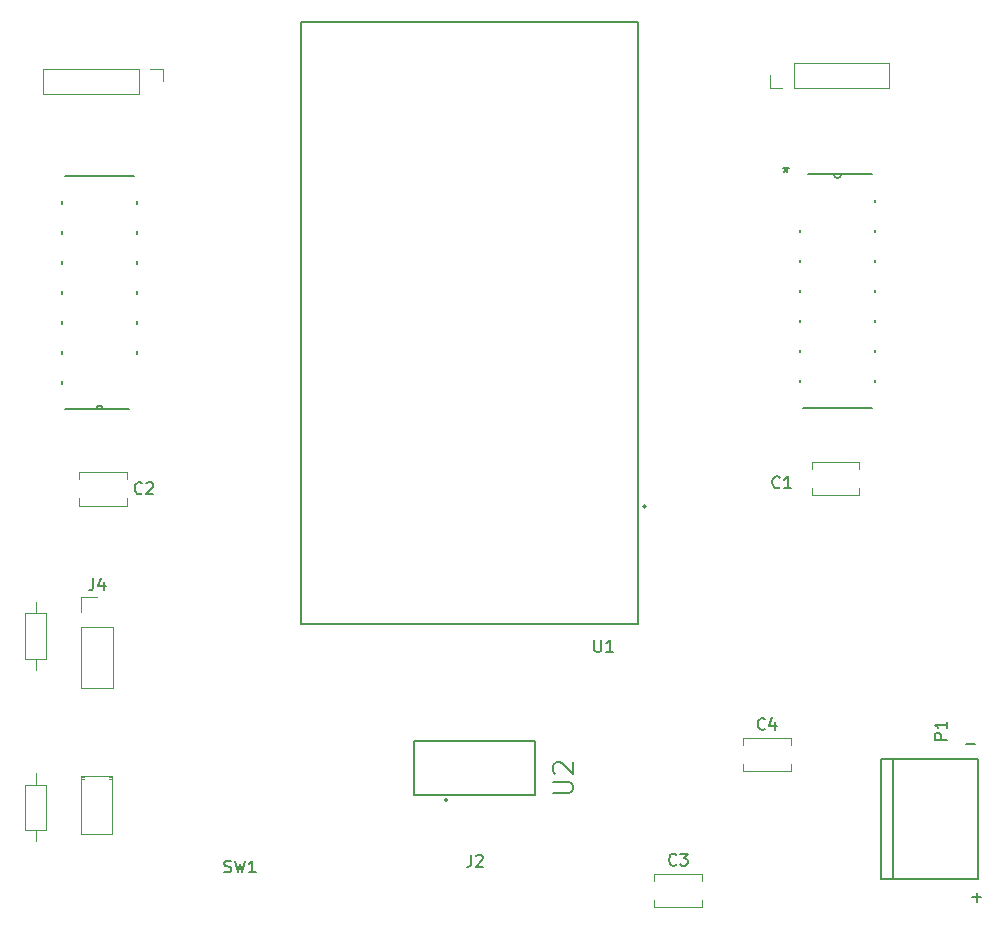
<source format=gbr>
%TF.GenerationSoftware,KiCad,Pcbnew,8.0.8*%
%TF.CreationDate,2025-02-24T10:44:51-05:00*%
%TF.ProjectId,filamento_3d,66696c61-6d65-46e7-946f-5f33642e6b69,rev?*%
%TF.SameCoordinates,Original*%
%TF.FileFunction,Legend,Top*%
%TF.FilePolarity,Positive*%
%FSLAX46Y46*%
G04 Gerber Fmt 4.6, Leading zero omitted, Abs format (unit mm)*
G04 Created by KiCad (PCBNEW 8.0.8) date 2025-02-24 10:44:51*
%MOMM*%
%LPD*%
G01*
G04 APERTURE LIST*
%ADD10C,0.150000*%
%ADD11C,0.120000*%
%ADD12C,0.127000*%
%ADD13C,0.200000*%
%ADD14C,0.152400*%
G04 APERTURE END LIST*
D10*
X187619048Y-129573866D02*
X188380953Y-129573866D01*
X188119048Y-142573866D02*
X188880953Y-142573866D01*
X188500000Y-142954819D02*
X188500000Y-142192914D01*
X156138501Y-120799819D02*
X156138501Y-121609342D01*
X156138501Y-121609342D02*
X156186120Y-121704580D01*
X156186120Y-121704580D02*
X156233739Y-121752200D01*
X156233739Y-121752200D02*
X156328977Y-121799819D01*
X156328977Y-121799819D02*
X156519453Y-121799819D01*
X156519453Y-121799819D02*
X156614691Y-121752200D01*
X156614691Y-121752200D02*
X156662310Y-121704580D01*
X156662310Y-121704580D02*
X156709929Y-121609342D01*
X156709929Y-121609342D02*
X156709929Y-120799819D01*
X157709929Y-121799819D02*
X157138501Y-121799819D01*
X157424215Y-121799819D02*
X157424215Y-120799819D01*
X157424215Y-120799819D02*
X157328977Y-120942676D01*
X157328977Y-120942676D02*
X157233739Y-121037914D01*
X157233739Y-121037914D02*
X157138501Y-121085533D01*
X152655531Y-133750615D02*
X153984310Y-133750615D01*
X153984310Y-133750615D02*
X154140637Y-133672452D01*
X154140637Y-133672452D02*
X154218801Y-133594288D01*
X154218801Y-133594288D02*
X154296964Y-133437961D01*
X154296964Y-133437961D02*
X154296964Y-133125307D01*
X154296964Y-133125307D02*
X154218801Y-132968980D01*
X154218801Y-132968980D02*
X154140637Y-132890817D01*
X154140637Y-132890817D02*
X153984310Y-132812653D01*
X153984310Y-132812653D02*
X152655531Y-132812653D01*
X152811858Y-132109183D02*
X152733694Y-132031019D01*
X152733694Y-132031019D02*
X152655531Y-131874692D01*
X152655531Y-131874692D02*
X152655531Y-131483875D01*
X152655531Y-131483875D02*
X152733694Y-131327548D01*
X152733694Y-131327548D02*
X152811858Y-131249384D01*
X152811858Y-131249384D02*
X152968185Y-131171221D01*
X152968185Y-131171221D02*
X153124512Y-131171221D01*
X153124512Y-131171221D02*
X153359002Y-131249384D01*
X153359002Y-131249384D02*
X154296964Y-132187346D01*
X154296964Y-132187346D02*
X154296964Y-131171221D01*
X124812073Y-140437200D02*
X124954930Y-140484819D01*
X124954930Y-140484819D02*
X125193025Y-140484819D01*
X125193025Y-140484819D02*
X125288263Y-140437200D01*
X125288263Y-140437200D02*
X125335882Y-140389580D01*
X125335882Y-140389580D02*
X125383501Y-140294342D01*
X125383501Y-140294342D02*
X125383501Y-140199104D01*
X125383501Y-140199104D02*
X125335882Y-140103866D01*
X125335882Y-140103866D02*
X125288263Y-140056247D01*
X125288263Y-140056247D02*
X125193025Y-140008628D01*
X125193025Y-140008628D02*
X125002549Y-139961009D01*
X125002549Y-139961009D02*
X124907311Y-139913390D01*
X124907311Y-139913390D02*
X124859692Y-139865771D01*
X124859692Y-139865771D02*
X124812073Y-139770533D01*
X124812073Y-139770533D02*
X124812073Y-139675295D01*
X124812073Y-139675295D02*
X124859692Y-139580057D01*
X124859692Y-139580057D02*
X124907311Y-139532438D01*
X124907311Y-139532438D02*
X125002549Y-139484819D01*
X125002549Y-139484819D02*
X125240644Y-139484819D01*
X125240644Y-139484819D02*
X125383501Y-139532438D01*
X125716835Y-139484819D02*
X125954930Y-140484819D01*
X125954930Y-140484819D02*
X126145406Y-139770533D01*
X126145406Y-139770533D02*
X126335882Y-140484819D01*
X126335882Y-140484819D02*
X126573978Y-139484819D01*
X127478739Y-140484819D02*
X126907311Y-140484819D01*
X127193025Y-140484819D02*
X127193025Y-139484819D01*
X127193025Y-139484819D02*
X127097787Y-139627676D01*
X127097787Y-139627676D02*
X127002549Y-139722914D01*
X127002549Y-139722914D02*
X126907311Y-139770533D01*
X163083333Y-139809580D02*
X163035714Y-139857200D01*
X163035714Y-139857200D02*
X162892857Y-139904819D01*
X162892857Y-139904819D02*
X162797619Y-139904819D01*
X162797619Y-139904819D02*
X162654762Y-139857200D01*
X162654762Y-139857200D02*
X162559524Y-139761961D01*
X162559524Y-139761961D02*
X162511905Y-139666723D01*
X162511905Y-139666723D02*
X162464286Y-139476247D01*
X162464286Y-139476247D02*
X162464286Y-139333390D01*
X162464286Y-139333390D02*
X162511905Y-139142914D01*
X162511905Y-139142914D02*
X162559524Y-139047676D01*
X162559524Y-139047676D02*
X162654762Y-138952438D01*
X162654762Y-138952438D02*
X162797619Y-138904819D01*
X162797619Y-138904819D02*
X162892857Y-138904819D01*
X162892857Y-138904819D02*
X163035714Y-138952438D01*
X163035714Y-138952438D02*
X163083333Y-139000057D01*
X163416667Y-138904819D02*
X164035714Y-138904819D01*
X164035714Y-138904819D02*
X163702381Y-139285771D01*
X163702381Y-139285771D02*
X163845238Y-139285771D01*
X163845238Y-139285771D02*
X163940476Y-139333390D01*
X163940476Y-139333390D02*
X163988095Y-139381009D01*
X163988095Y-139381009D02*
X164035714Y-139476247D01*
X164035714Y-139476247D02*
X164035714Y-139714342D01*
X164035714Y-139714342D02*
X163988095Y-139809580D01*
X163988095Y-139809580D02*
X163940476Y-139857200D01*
X163940476Y-139857200D02*
X163845238Y-139904819D01*
X163845238Y-139904819D02*
X163559524Y-139904819D01*
X163559524Y-139904819D02*
X163464286Y-139857200D01*
X163464286Y-139857200D02*
X163416667Y-139809580D01*
X172341206Y-80717219D02*
X172341206Y-80955314D01*
X172103111Y-80860076D02*
X172341206Y-80955314D01*
X172341206Y-80955314D02*
X172579301Y-80860076D01*
X172198349Y-81145790D02*
X172341206Y-80955314D01*
X172341206Y-80955314D02*
X172484063Y-81145790D01*
X117833333Y-108359580D02*
X117785714Y-108407200D01*
X117785714Y-108407200D02*
X117642857Y-108454819D01*
X117642857Y-108454819D02*
X117547619Y-108454819D01*
X117547619Y-108454819D02*
X117404762Y-108407200D01*
X117404762Y-108407200D02*
X117309524Y-108311961D01*
X117309524Y-108311961D02*
X117261905Y-108216723D01*
X117261905Y-108216723D02*
X117214286Y-108026247D01*
X117214286Y-108026247D02*
X117214286Y-107883390D01*
X117214286Y-107883390D02*
X117261905Y-107692914D01*
X117261905Y-107692914D02*
X117309524Y-107597676D01*
X117309524Y-107597676D02*
X117404762Y-107502438D01*
X117404762Y-107502438D02*
X117547619Y-107454819D01*
X117547619Y-107454819D02*
X117642857Y-107454819D01*
X117642857Y-107454819D02*
X117785714Y-107502438D01*
X117785714Y-107502438D02*
X117833333Y-107550057D01*
X118214286Y-107550057D02*
X118261905Y-107502438D01*
X118261905Y-107502438D02*
X118357143Y-107454819D01*
X118357143Y-107454819D02*
X118595238Y-107454819D01*
X118595238Y-107454819D02*
X118690476Y-107502438D01*
X118690476Y-107502438D02*
X118738095Y-107550057D01*
X118738095Y-107550057D02*
X118785714Y-107645295D01*
X118785714Y-107645295D02*
X118785714Y-107740533D01*
X118785714Y-107740533D02*
X118738095Y-107883390D01*
X118738095Y-107883390D02*
X118166667Y-108454819D01*
X118166667Y-108454819D02*
X118785714Y-108454819D01*
X171833333Y-107859580D02*
X171785714Y-107907200D01*
X171785714Y-107907200D02*
X171642857Y-107954819D01*
X171642857Y-107954819D02*
X171547619Y-107954819D01*
X171547619Y-107954819D02*
X171404762Y-107907200D01*
X171404762Y-107907200D02*
X171309524Y-107811961D01*
X171309524Y-107811961D02*
X171261905Y-107716723D01*
X171261905Y-107716723D02*
X171214286Y-107526247D01*
X171214286Y-107526247D02*
X171214286Y-107383390D01*
X171214286Y-107383390D02*
X171261905Y-107192914D01*
X171261905Y-107192914D02*
X171309524Y-107097676D01*
X171309524Y-107097676D02*
X171404762Y-107002438D01*
X171404762Y-107002438D02*
X171547619Y-106954819D01*
X171547619Y-106954819D02*
X171642857Y-106954819D01*
X171642857Y-106954819D02*
X171785714Y-107002438D01*
X171785714Y-107002438D02*
X171833333Y-107050057D01*
X172785714Y-107954819D02*
X172214286Y-107954819D01*
X172500000Y-107954819D02*
X172500000Y-106954819D01*
X172500000Y-106954819D02*
X172404762Y-107097676D01*
X172404762Y-107097676D02*
X172309524Y-107192914D01*
X172309524Y-107192914D02*
X172214286Y-107240533D01*
X145712072Y-138984819D02*
X145712072Y-139699104D01*
X145712072Y-139699104D02*
X145664453Y-139841961D01*
X145664453Y-139841961D02*
X145569215Y-139937200D01*
X145569215Y-139937200D02*
X145426358Y-139984819D01*
X145426358Y-139984819D02*
X145331120Y-139984819D01*
X146140644Y-139080057D02*
X146188263Y-139032438D01*
X146188263Y-139032438D02*
X146283501Y-138984819D01*
X146283501Y-138984819D02*
X146521596Y-138984819D01*
X146521596Y-138984819D02*
X146616834Y-139032438D01*
X146616834Y-139032438D02*
X146664453Y-139080057D01*
X146664453Y-139080057D02*
X146712072Y-139175295D01*
X146712072Y-139175295D02*
X146712072Y-139270533D01*
X146712072Y-139270533D02*
X146664453Y-139413390D01*
X146664453Y-139413390D02*
X146093025Y-139984819D01*
X146093025Y-139984819D02*
X146712072Y-139984819D01*
X185955763Y-129239600D02*
X184953724Y-129239600D01*
X184953724Y-129239600D02*
X184953724Y-128857871D01*
X184953724Y-128857871D02*
X185001440Y-128762438D01*
X185001440Y-128762438D02*
X185049156Y-128714722D01*
X185049156Y-128714722D02*
X185144588Y-128667006D01*
X185144588Y-128667006D02*
X185287737Y-128667006D01*
X185287737Y-128667006D02*
X185383169Y-128714722D01*
X185383169Y-128714722D02*
X185430885Y-128762438D01*
X185430885Y-128762438D02*
X185478601Y-128857871D01*
X185478601Y-128857871D02*
X185478601Y-129239600D01*
X185955763Y-127712683D02*
X185955763Y-128285277D01*
X185955763Y-127998980D02*
X184953724Y-127998980D01*
X184953724Y-127998980D02*
X185096872Y-128094412D01*
X185096872Y-128094412D02*
X185192304Y-128189845D01*
X185192304Y-128189845D02*
X185240021Y-128285277D01*
X113712072Y-115584819D02*
X113712072Y-116299104D01*
X113712072Y-116299104D02*
X113664453Y-116441961D01*
X113664453Y-116441961D02*
X113569215Y-116537200D01*
X113569215Y-116537200D02*
X113426358Y-116584819D01*
X113426358Y-116584819D02*
X113331120Y-116584819D01*
X114616834Y-115918152D02*
X114616834Y-116584819D01*
X114378739Y-115537200D02*
X114140644Y-116251485D01*
X114140644Y-116251485D02*
X114759691Y-116251485D01*
X170583333Y-128309580D02*
X170535714Y-128357200D01*
X170535714Y-128357200D02*
X170392857Y-128404819D01*
X170392857Y-128404819D02*
X170297619Y-128404819D01*
X170297619Y-128404819D02*
X170154762Y-128357200D01*
X170154762Y-128357200D02*
X170059524Y-128261961D01*
X170059524Y-128261961D02*
X170011905Y-128166723D01*
X170011905Y-128166723D02*
X169964286Y-127976247D01*
X169964286Y-127976247D02*
X169964286Y-127833390D01*
X169964286Y-127833390D02*
X170011905Y-127642914D01*
X170011905Y-127642914D02*
X170059524Y-127547676D01*
X170059524Y-127547676D02*
X170154762Y-127452438D01*
X170154762Y-127452438D02*
X170297619Y-127404819D01*
X170297619Y-127404819D02*
X170392857Y-127404819D01*
X170392857Y-127404819D02*
X170535714Y-127452438D01*
X170535714Y-127452438D02*
X170583333Y-127500057D01*
X171440476Y-127738152D02*
X171440476Y-128404819D01*
X171202381Y-127357200D02*
X170964286Y-128071485D01*
X170964286Y-128071485D02*
X171583333Y-128071485D01*
D11*
%TO.C,R1*%
X107905406Y-118540000D02*
X107905406Y-122380000D01*
X107905406Y-122380000D02*
X109745406Y-122380000D01*
X108825406Y-117590000D02*
X108825406Y-118540000D01*
X108825406Y-123330000D02*
X108825406Y-122380000D01*
X109745406Y-118540000D02*
X107905406Y-118540000D01*
X109745406Y-122380000D02*
X109745406Y-118540000D01*
D12*
%TO.C,U1*%
X131315406Y-68510000D02*
X159825406Y-68510000D01*
X131315406Y-119460000D02*
X131315406Y-68510000D01*
X131315406Y-119460000D02*
X131315406Y-68510000D01*
X136765406Y-68510000D02*
X131315406Y-68510000D01*
X142045406Y-119460000D02*
X131315406Y-119460000D01*
X148756406Y-119460000D02*
X142045406Y-119460000D01*
X154455406Y-68510000D02*
X136765406Y-68510000D01*
X159825406Y-68510000D02*
X154455406Y-68510000D01*
X159825406Y-68510000D02*
X159825406Y-119460000D01*
X159825406Y-68510000D02*
X159825406Y-119460000D01*
X159825406Y-119460000D02*
X131315406Y-119460000D01*
X159825406Y-119460000D02*
X148756406Y-119460000D01*
D13*
X160495406Y-109500000D02*
G75*
G02*
X160295406Y-109500000I-100000J0D01*
G01*
X160295406Y-109500000D02*
G75*
G02*
X160495406Y-109500000I100000J0D01*
G01*
D14*
%TO.C,U2*%
X140838406Y-129350000D02*
X151145406Y-129350000D01*
X140838406Y-133950000D02*
X140838406Y-129350000D01*
X151145406Y-129350000D02*
X151145406Y-133950000D01*
X151145406Y-133950000D02*
X140838406Y-133950000D01*
D13*
X143707209Y-134350000D02*
G75*
G02*
X143483603Y-134350000I-111803J0D01*
G01*
X143483603Y-134350000D02*
G75*
G02*
X143707209Y-134350000I111803J0D01*
G01*
D11*
%TO.C,J6*%
X170985406Y-74060000D02*
X170985406Y-73000000D01*
X172045406Y-74060000D02*
X170985406Y-74060000D01*
X173045406Y-71940000D02*
X181105406Y-71940000D01*
X173045406Y-74060000D02*
X173045406Y-71940000D01*
X173045406Y-74060000D02*
X181105406Y-74060000D01*
X181105406Y-74060000D02*
X181105406Y-71940000D01*
%TO.C,C3*%
X161230000Y-140580000D02*
X161230000Y-141205000D01*
X161230000Y-140580000D02*
X165270000Y-140580000D01*
X161230000Y-142795000D02*
X161230000Y-143420000D01*
X161230000Y-143420000D02*
X165270000Y-143420000D01*
X165270000Y-140580000D02*
X165270000Y-141205000D01*
X165270000Y-142795000D02*
X165270000Y-143420000D01*
D14*
%TO.C,D2*%
X111035006Y-83668400D02*
X111035006Y-83871600D01*
X111035006Y-86208400D02*
X111035006Y-86411600D01*
X111035006Y-88748400D02*
X111035006Y-88951600D01*
X111035006Y-91288400D02*
X111035006Y-91491600D01*
X111035006Y-93828400D02*
X111035006Y-94031600D01*
X111035006Y-96368400D02*
X111035006Y-96571600D01*
X111035006Y-98908400D02*
X111035006Y-99111600D01*
X111289006Y-101270600D02*
X113930606Y-101270600D01*
X113930606Y-101270600D02*
X114540206Y-101270600D01*
X114540206Y-101270600D02*
X116724606Y-101270600D01*
X117181806Y-81509400D02*
X111289006Y-81509400D01*
X117435806Y-83871600D02*
X117435806Y-83668400D01*
X117435806Y-86411600D02*
X117435806Y-86208400D01*
X117435806Y-88951600D02*
X117435806Y-88748400D01*
X117435806Y-91491600D02*
X117435806Y-91288400D01*
X117435806Y-94031600D02*
X117435806Y-93828400D01*
X117435806Y-96571600D02*
X117435806Y-96368400D01*
X113930606Y-101270600D02*
G75*
G02*
X114540206Y-101270600I304800J0D01*
G01*
D11*
%TO.C,R2*%
X107905406Y-133040000D02*
X107905406Y-136880000D01*
X107905406Y-136880000D02*
X109745406Y-136880000D01*
X108825406Y-132090000D02*
X108825406Y-133040000D01*
X108825406Y-137830000D02*
X108825406Y-136880000D01*
X109745406Y-133040000D02*
X107905406Y-133040000D01*
X109745406Y-136880000D02*
X109745406Y-133040000D01*
D14*
%TO.C,D1*%
X173535006Y-86088400D02*
X173535006Y-86291600D01*
X173535006Y-88628400D02*
X173535006Y-88831600D01*
X173535006Y-91168400D02*
X173535006Y-91371600D01*
X173535006Y-93708400D02*
X173535006Y-93911600D01*
X173535006Y-96248400D02*
X173535006Y-96451600D01*
X173535006Y-98788400D02*
X173535006Y-98991600D01*
X173789006Y-101150600D02*
X179681806Y-101150600D01*
X176430606Y-81389400D02*
X174246206Y-81389400D01*
X177040206Y-81389400D02*
X176430606Y-81389400D01*
X179681806Y-81389400D02*
X177040206Y-81389400D01*
X179935806Y-83751600D02*
X179935806Y-83548400D01*
X179935806Y-86291600D02*
X179935806Y-86088400D01*
X179935806Y-88831600D02*
X179935806Y-88628400D01*
X179935806Y-91371600D02*
X179935806Y-91168400D01*
X179935806Y-93911600D02*
X179935806Y-93708400D01*
X179935806Y-96451600D02*
X179935806Y-96248400D01*
X179935806Y-98991600D02*
X179935806Y-98788400D01*
X177040206Y-81389400D02*
G75*
G02*
X176430606Y-81389400I-304800J0D01*
G01*
D11*
%TO.C,C2*%
X112525406Y-106580000D02*
X112525406Y-107205000D01*
X112525406Y-106580000D02*
X116565406Y-106580000D01*
X112525406Y-108795000D02*
X112525406Y-109420000D01*
X112525406Y-109420000D02*
X116565406Y-109420000D01*
X116565406Y-106580000D02*
X116565406Y-107205000D01*
X116565406Y-108795000D02*
X116565406Y-109420000D01*
%TO.C,C1*%
X174525406Y-105700000D02*
X174525406Y-106325000D01*
X174525406Y-105700000D02*
X178565406Y-105700000D01*
X174525406Y-107915000D02*
X174525406Y-108540000D01*
X174525406Y-108540000D02*
X178565406Y-108540000D01*
X178565406Y-105700000D02*
X178565406Y-106325000D01*
X178565406Y-107915000D02*
X178565406Y-108540000D01*
%TO.C,D3*%
X112690000Y-132310000D02*
X112690000Y-137230000D01*
X112920000Y-132430000D02*
X112690000Y-132430000D01*
X112920000Y-132550000D02*
X112690000Y-132550000D01*
X115310000Y-132310000D02*
X112690000Y-132310000D01*
X115310000Y-132310000D02*
X115310000Y-137230000D01*
X115310000Y-132430000D02*
X115080000Y-132430000D01*
X115310000Y-132550000D02*
X115080000Y-132550000D01*
X115310000Y-137230000D02*
X112690000Y-137230000D01*
D12*
%TO.C,P1*%
X180400000Y-130880000D02*
X181400000Y-130880000D01*
X180400000Y-141040000D02*
X180400000Y-130880000D01*
X181400000Y-130880000D02*
X181400000Y-141040000D01*
X181400000Y-130880000D02*
X188600000Y-130880000D01*
X181400000Y-141040000D02*
X180400000Y-141040000D01*
X188600000Y-130880000D02*
X188600000Y-141040000D01*
X188600000Y-141040000D02*
X181400000Y-141040000D01*
D11*
%TO.C,J4*%
X112715406Y-117130000D02*
X114045406Y-117130000D01*
X112715406Y-118460000D02*
X112715406Y-117130000D01*
X112715406Y-119730000D02*
X112715406Y-124870000D01*
X112715406Y-119730000D02*
X115375406Y-119730000D01*
X112715406Y-124870000D02*
X115375406Y-124870000D01*
X115375406Y-119730000D02*
X115375406Y-124870000D01*
%TO.C,J5*%
X109485406Y-72440000D02*
X109485406Y-74560000D01*
X117545406Y-72440000D02*
X109485406Y-72440000D01*
X117545406Y-72440000D02*
X117545406Y-74560000D01*
X117545406Y-74560000D02*
X109485406Y-74560000D01*
X118545406Y-72440000D02*
X119605406Y-72440000D01*
X119605406Y-72440000D02*
X119605406Y-73500000D01*
%TO.C,C4*%
X168730000Y-129080000D02*
X168730000Y-129705000D01*
X168730000Y-129080000D02*
X172770000Y-129080000D01*
X168730000Y-131295000D02*
X168730000Y-131920000D01*
X168730000Y-131920000D02*
X172770000Y-131920000D01*
X172770000Y-129080000D02*
X172770000Y-129705000D01*
X172770000Y-131295000D02*
X172770000Y-131920000D01*
%TD*%
M02*

</source>
